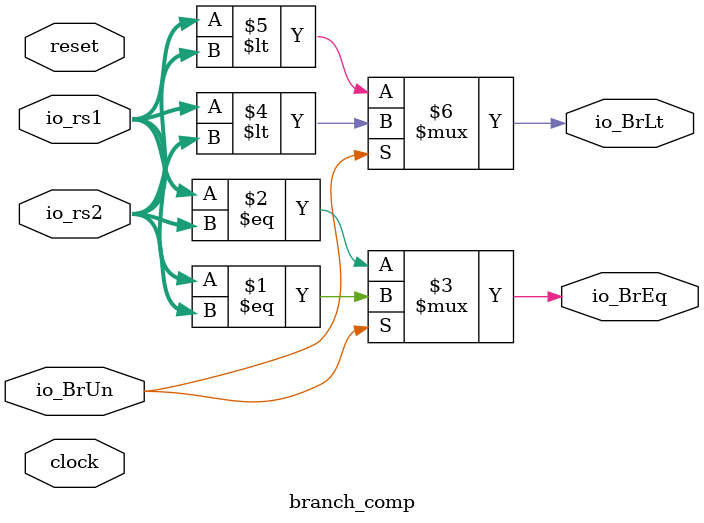
<source format=v>
module branch_comp(
  input         clock,
  input         reset,
  input  [31:0] io_rs1,
  input  [31:0] io_rs2,
  input         io_BrUn,
  output        io_BrEq,
  output        io_BrLt
);
  assign io_BrEq = io_BrUn ? io_rs1 == io_rs2 : $signed(io_rs1) == $signed(io_rs2); // @[branch_comp.scala 22:29 24:13 28:13]
  assign io_BrLt = io_BrUn ? io_rs1 < io_rs2 : $signed(io_rs1) < $signed(io_rs2); // @[branch_comp.scala 22:29 23:13 27:13]
endmodule

</source>
